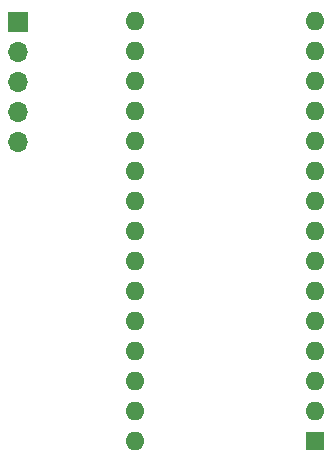
<source format=gbr>
%TF.GenerationSoftware,KiCad,Pcbnew,7.0.11+dfsg-1build4*%
%TF.CreationDate,2024-05-09T18:47:21+10:00*%
%TF.ProjectId,NoBootLoadFlasher,4e6f426f-6f74-44c6-9f61-64466c617368,rev?*%
%TF.SameCoordinates,Original*%
%TF.FileFunction,Soldermask,Bot*%
%TF.FilePolarity,Negative*%
%FSLAX46Y46*%
G04 Gerber Fmt 4.6, Leading zero omitted, Abs format (unit mm)*
G04 Created by KiCad (PCBNEW 7.0.11+dfsg-1build4) date 2024-05-09 18:47:21*
%MOMM*%
%LPD*%
G01*
G04 APERTURE LIST*
%ADD10R,1.700000X1.700000*%
%ADD11O,1.700000X1.700000*%
%ADD12O,1.600000X1.600000*%
%ADD13R,1.600000X1.600000*%
G04 APERTURE END LIST*
D10*
%TO.C,REF\u002A\u002A*%
X81534000Y-81407000D03*
D11*
X81534000Y-83947000D03*
X81534000Y-86487000D03*
X81534000Y-89027000D03*
X81534000Y-91567000D03*
%TD*%
D12*
%TO.C,LGT8F328P LQFP32 MiniEVB*%
X91440000Y-116840000D03*
X91440000Y-114300000D03*
X91440000Y-111760000D03*
X91440000Y-109220000D03*
X91440000Y-106680000D03*
X91440000Y-104140000D03*
X91440000Y-101600000D03*
X91440000Y-99060000D03*
X91440000Y-96520000D03*
X91440000Y-93980000D03*
X91440000Y-91440000D03*
X91440000Y-88900000D03*
X91440000Y-86360000D03*
X91440000Y-83820000D03*
X91440000Y-81280000D03*
X106680000Y-81280000D03*
X106680000Y-83820000D03*
X106680000Y-86360000D03*
X106680000Y-88900000D03*
X106680000Y-91440000D03*
X106680000Y-93980000D03*
X106680000Y-96520000D03*
X106680000Y-99060000D03*
X106680000Y-101600000D03*
X106680000Y-104140000D03*
X106680000Y-106680000D03*
X106680000Y-109220000D03*
X106680000Y-111760000D03*
X106680000Y-114300000D03*
D13*
X106680000Y-116840000D03*
%TD*%
M02*

</source>
